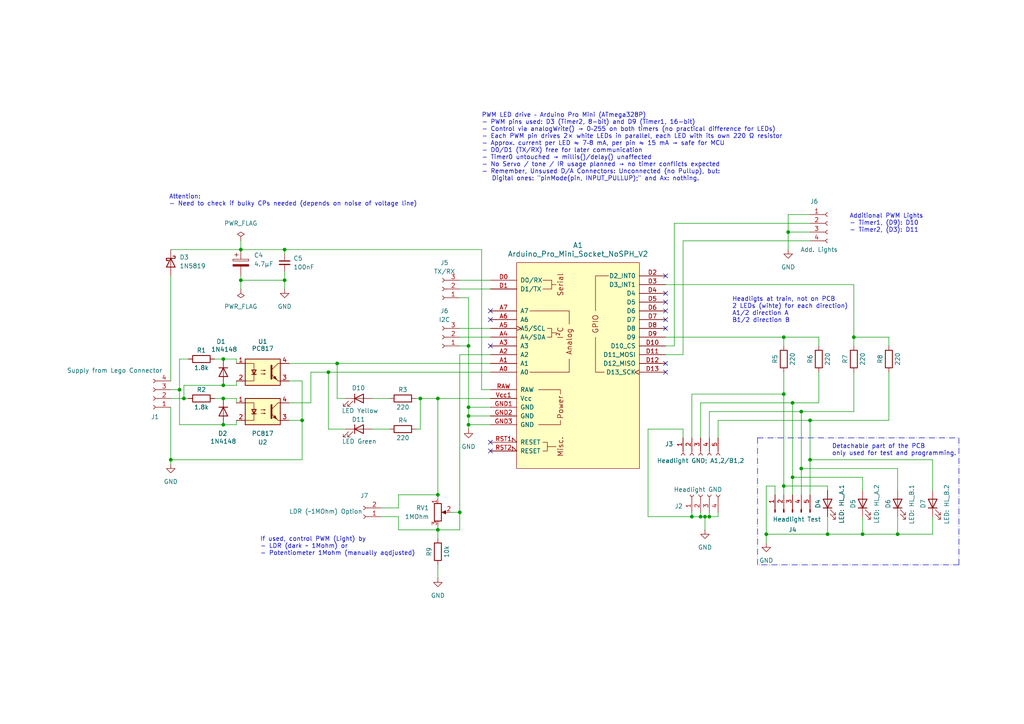
<source format=kicad_sch>
(kicad_sch (version 20231120) (generator "eeschema") (generator_version "8.0")
  (paper "A4")
  (title_block (title "DenshaBekutoru 電車ベクトル (Train Vector)") (date "2025-11-10") (rev "#001") (company "ToGo-Lab") (comment 1 "- https://togo-lab.io/") (comment 2 "- Email: tgohle@togo-lab.io") (comment 3 "Thomas Gohle"))
  (lib_symbols
    (symbol "Connector:Conn_01x02_Socket" (pin_names (offset 1.016) hide)
      (property "Reference" "J" (at 0 2.54 0))
      (property "Value" "Conn_01x02_Socket" (at 0 -5.08 0))
      (symbol "Conn_01x02_Socket_1_1"
        (arc (start 0 -2.032) (mid -0.5058 -2.54) (end 0 -3.048) (stroke (width 0.1524)))
        (polyline (pts (xy -1.27 -2.54) (xy -0.508 -2.54)) (stroke (width 0.1524)))
        (polyline (pts (xy -1.27 0) (xy -0.508 0)) (stroke (width 0.1524)))
        (arc (start 0 0.508) (mid -0.5058 0) (end 0 -0.508) (stroke (width 0.1524)))
        (pin passive line (at -5.08 0 0) (length 3.81) (name "Pin_1") (number "1"))
        (pin passive line (at -5.08 -2.54 0) (length 3.81) (name "Pin_2") (number "2"))
      )
    )
    (symbol "Connector:Conn_01x03_Socket" (pin_names (offset 1.016) hide)
      (property "Reference" "J" (at 0 5.08 0))
      (property "Value" "Conn_01x03_Socket" (at 0 -5.08 0))
      (symbol "Conn_01x03_Socket_1_1"
        (arc (start 0 -2.032) (mid -0.5058 -2.54) (end 0 -3.048) (stroke (width 0.1524)))
        (polyline (pts (xy -1.27 -2.54) (xy -0.508 -2.54)) (stroke (width 0.1524)))
        (polyline (pts (xy -1.27 0) (xy -0.508 0)) (stroke (width 0.1524)))
        (polyline (pts (xy -1.27 2.54) (xy -0.508 2.54)) (stroke (width 0.1524)))
        (arc (start 0 0.508) (mid -0.5058 0) (end 0 -0.508) (stroke (width 0.1524)))
        (arc (start 0 3.048) (mid -0.5058 2.54) (end 0 2.032) (stroke (width 0.1524)))
        (pin passive line (at -5.08 2.54 0) (length 3.81) (name "Pin_1") (number "1"))
        (pin passive line (at -5.08 0 0) (length 3.81) (name "Pin_2") (number "2"))
        (pin passive line (at -5.08 -2.54 0) (length 3.81) (name "Pin_3") (number "3"))
      )
    )
    (symbol "Connector:Conn_01x04_Socket" (pin_names (offset 1.016) hide)
      (property "Reference" "J" (at 0 5.08 0))
      (property "Value" "Conn_01x04_Socket" (at 0 -7.62 0))
      (symbol "Conn_01x04_Socket_1_1"
        (arc (start 0 -4.572) (mid -0.5058 -5.08) (end 0 -5.588) (stroke (width 0.1524)))
        (arc (start 0 -2.032) (mid -0.5058 -2.54) (end 0 -3.048) (stroke (width 0.1524)))
        (polyline (pts (xy -1.27 -5.08) (xy -0.508 -5.08)) (stroke (width 0.1524)))
        (polyline (pts (xy -1.27 -2.54) (xy -0.508 -2.54)) (stroke (width 0.1524)))
        (polyline (pts (xy -1.27 0) (xy -0.508 0)) (stroke (width 0.1524)))
        (polyline (pts (xy -1.27 2.54) (xy -0.508 2.54)) (stroke (width 0.1524)))
        (arc (start 0 0.508) (mid -0.5058 0) (end 0 -0.508) (stroke (width 0.1524)))
        (arc (start 0 3.048) (mid -0.5058 2.54) (end 0 2.032) (stroke (width 0.1524)))
        (pin passive line (at -5.08 2.54 0) (length 3.81) (name "Pin_1") (number "1"))
        (pin passive line (at -5.08 0 0) (length 3.81) (name "Pin_2") (number "2"))
        (pin passive line (at -5.08 -2.54 0) (length 3.81) (name "Pin_3") (number "3"))
        (pin passive line (at -5.08 -5.08 0) (length 3.81) (name "Pin_4") (number "4"))
      )
    )
    (symbol "Connector:Conn_01x05_Pin" (pin_names (offset 1.016) hide)
      (property "Reference" "J" (at 0 7.62 0))
      (property "Value" "Conn_01x05_Pin" (at 0 -7.62 0))
      (symbol "Conn_01x05_Pin_1_1"
        (polyline (pts (xy 1.27 -5.08) (xy 0.8636 -5.08)) (stroke (width 0.1524)))
        (polyline (pts (xy 1.27 -2.54) (xy 0.8636 -2.54)) (stroke (width 0.1524)))
        (polyline (pts (xy 1.27 0) (xy 0.8636 0)) (stroke (width 0.1524)))
        (polyline (pts (xy 1.27 2.54) (xy 0.8636 2.54)) (stroke (width 0.1524)))
        (polyline (pts (xy 1.27 5.08) (xy 0.8636 5.08)) (stroke (width 0.1524)))
        (rectangle (start 0.8636 -4.953) (end 0 -5.207) (stroke (width 0.1524)) (fill (type outline)))
        (rectangle (start 0.8636 -2.413) (end 0 -2.667) (stroke (width 0.1524)) (fill (type outline)))
        (rectangle (start 0.8636 0.127) (end 0 -0.127) (stroke (width 0.1524)) (fill (type outline)))
        (rectangle (start 0.8636 2.667) (end 0 2.413) (stroke (width 0.1524)) (fill (type outline)))
        (rectangle (start 0.8636 5.207) (end 0 4.953) (stroke (width 0.1524)) (fill (type outline)))
        (pin passive line (at 5.08 5.08 180) (length 3.81) (name "Pin_1") (number "1"))
        (pin passive line (at 5.08 2.54 180) (length 3.81) (name "Pin_2") (number "2"))
        (pin passive line (at 5.08 0 180) (length 3.81) (name "Pin_3") (number "3"))
        (pin passive line (at 5.08 -2.54 180) (length 3.81) (name "Pin_4") (number "4"))
        (pin passive line (at 5.08 -5.08 180) (length 3.81) (name "Pin_5") (number "5"))
      )
    )
    (symbol "Connector:Conn_01x05_Socket" (pin_names (offset 1.016) hide)
      (property "Reference" "J" (at 0 7.62 0))
      (property "Value" "Conn_01x05_Socket" (at 0 -7.62 0))
      (symbol "Conn_01x05_Socket_1_1"
        (arc (start 0 -4.572) (mid -0.5058 -5.08) (end 0 -5.588) (stroke (width 0.1524)))
        (arc (start 0 -2.032) (mid -0.5058 -2.54) (end 0 -3.048) (stroke (width 0.1524)))
        (polyline (pts (xy -1.27 -5.08) (xy -0.508 -5.08)) (stroke (width 0.1524)))
        (polyline (pts (xy -1.27 -2.54) (xy -0.508 -2.54)) (stroke (width 0.1524)))
        (polyline (pts (xy -1.27 0) (xy -0.508 0)) (stroke (width 0.1524)))
        (polyline (pts (xy -1.27 2.54) (xy -0.508 2.54)) (stroke (width 0.1524)))
        (polyline (pts (xy -1.27 5.08) (xy -0.508 5.08)) (stroke (width 0.1524)))
        (arc (start 0 0.508) (mid -0.5058 0) (end 0 -0.508) (stroke (width 0.1524)))
        (arc (start 0 3.048) (mid -0.5058 2.54) (end 0 2.032) (stroke (width 0.1524)))
        (arc (start 0 5.588) (mid -0.5058 5.08) (end 0 4.572) (stroke (width 0.1524)))
        (pin passive line (at -5.08 5.08 0) (length 3.81) (name "Pin_1") (number "1"))
        (pin passive line (at -5.08 2.54 0) (length 3.81) (name "Pin_2") (number "2"))
        (pin passive line (at -5.08 0 0) (length 3.81) (name "Pin_3") (number "3"))
        (pin passive line (at -5.08 -2.54 0) (length 3.81) (name "Pin_4") (number "4"))
        (pin passive line (at -5.08 -5.08 0) (length 3.81) (name "Pin_5") (number "5"))
      )
    )
    (symbol "Device:C_Polarized" (pin_numbers hide) (pin_names (offset 0.254))
      (property "Reference" "C" (at 0.635 2.54 0))
      (property "Value" "C_Polarized" (at 0.635 -2.54 0))
      (symbol "C_Polarized_0_1"
        (rectangle (start -2.286 0.508) (end 2.286 1.016))
        (polyline (pts (xy -1.778 2.286) (xy -0.762 2.286)))
        (polyline (pts (xy -1.27 2.794) (xy -1.27 1.778)))
        (rectangle (start 2.286 -0.508) (end -2.286 -1.016) (fill (type outline)))
      )
      (symbol "C_Polarized_1_1"
        (pin passive line (at 0 3.81 270) (length 2.794) (name "~") (number "1"))
        (pin passive line (at 0 -3.81 90) (length 2.794) (name "~") (number "2"))
      )
    )
    (symbol "Device:C_Small" (pin_numbers hide) (pin_names (offset 0.254) hide)
      (property "Reference" "C" (at 0.254 1.778 0))
      (property "Value" "C_Small" (at 0.254 -2.032 0))
      (symbol "C_Small_0_1"
        (polyline (pts (xy -1.524 -0.508) (xy 1.524 -0.508)) (stroke (width 0.3302)))
        (polyline (pts (xy -1.524 0.508) (xy 1.524 0.508)) (stroke (width 0.3048)))
      )
      (symbol "C_Small_1_1"
        (pin passive line (at 0 2.54 270) (length 2.032) (name "~") (number "1"))
        (pin passive line (at 0 -2.54 90) (length 2.032) (name "~") (number "2"))
      )
    )
    (symbol "Device:LED" (pin_numbers hide) (pin_names (offset 1.016) hide)
      (property "Reference" "D" (at 0 2.54 0))
      (property "Value" "LED" (at 0 -2.54 0))
      (symbol "LED_0_1"
        (polyline (pts (xy -1.27 -1.27) (xy -1.27 1.27)) (stroke (width 0.254)))
        (polyline (pts (xy -1.27 0) (xy 1.27 0)))
        (polyline (pts (xy 1.27 -1.27) (xy 1.27 1.27) (xy -1.27 0) (xy 1.27 -1.27)) (stroke (width 0.254)))
        (polyline (pts (xy -3.048 -0.762) (xy -4.572 -2.286) (xy -3.81 -2.286) (xy -4.572 -2.286) (xy -4.572 -1.524)))
        (polyline (pts (xy -1.778 -0.762) (xy -3.302 -2.286) (xy -2.54 -2.286) (xy -3.302 -2.286) (xy -3.302 -1.524)))
      )
      (symbol "LED_1_1"
        (pin passive line (at -3.81 0 0) (length 2.54) (name "K") (number "1"))
        (pin passive line (at 3.81 0 180) (length 2.54) (name "A") (number "2"))
      )
    )
    (symbol "Device:R" (pin_numbers hide) (pin_names (offset 0))
      (property "Reference" "R" (at 2.032 0 90))
      (property "Value" "R" (at 0 0 90))
      (symbol "R_0_1"
        (rectangle (start -1.016 -2.54) (end 1.016 2.54) (stroke (width 0.254)))
      )
      (symbol "R_1_1"
        (pin passive line (at 0 3.81 270) (length 1.27) (name "~") (number "1"))
        (pin passive line (at 0 -3.81 90) (length 1.27) (name "~") (number "2"))
      )
    )
    (symbol "Device:R_Potentiometer" (pin_names (offset 1.016) hide)
      (property "Reference" "RV" (at -4.445 0 90))
      (property "Value" "R_Potentiometer" (at -2.54 0 90))
      (symbol "R_Potentiometer_0_1"
        (polyline (pts (xy 2.54 0) (xy 1.524 0)))
        (polyline (pts (xy 1.143 0) (xy 2.286 0.508) (xy 2.286 -0.508) (xy 1.143 0)) (fill (type outline)))
        (rectangle (start 1.016 2.54) (end -1.016 -2.54) (stroke (width 0.254)))
      )
      (symbol "R_Potentiometer_1_1"
        (pin passive line (at 0 3.81 270) (length 1.27) (name "1") (number "1"))
        (pin passive line (at 3.81 0 180) (length 1.27) (name "2") (number "2"))
        (pin passive line (at 0 -3.81 90) (length 1.27) (name "3") (number "3"))
      )
    )
    (symbol "Diode:1N4148" (pin_numbers hide) (pin_names hide)
      (property "Reference" "D" (at 0 2.54 0))
      (property "Value" "1N4148" (at 0 -2.54 0))
      (symbol "1N4148_0_1"
        (polyline (pts (xy -1.27 1.27) (xy -1.27 -1.27)) (stroke (width 0.254)))
        (polyline (pts (xy 1.27 0) (xy -1.27 0)))
        (polyline (pts (xy 1.27 1.27) (xy 1.27 -1.27) (xy -1.27 0) (xy 1.27 1.27)) (stroke (width 0.254)))
      )
      (symbol "1N4148_1_1"
        (pin passive line (at -3.81 0 0) (length 2.54) (name "K") (number "1"))
        (pin passive line (at 3.81 0 180) (length 2.54) (name "A") (number "2"))
      )
    )
    (symbol "Diode:1N5819" (pin_numbers hide) (pin_names (offset 1.016) hide)
      (property "Reference" "D" (at 0 2.54 0))
      (property "Value" "1N5819" (at 0 -2.54 0))
      (symbol "1N5819_0_1"
        (polyline (pts (xy 1.27 0) (xy -1.27 0)))
        (polyline (pts (xy 1.27 1.27) (xy 1.27 -1.27) (xy -1.27 0) (xy 1.27 1.27)) (stroke (width 0.254)))
        (polyline (pts (xy -1.905 0.635) (xy -1.905 1.27) (xy -1.27 1.27) (xy -1.27 -1.27) (xy -0.635 -1.27) (xy -0.635 -0.635)) (stroke (width 0.254)))
      )
      (symbol "1N5819_1_1"
        (pin passive line (at -3.81 0 0) (length 2.54) (name "K") (number "1"))
        (pin passive line (at 3.81 0 180) (length 2.54) (name "A") (number "2"))
      )
    )
    (symbol "Isolator:PC817" (pin_names (offset 1.016))
      (property "Reference" "U" (at -5.08 5.08 0))
      (property "Value" "PC817" (at 0 5.08 0))
      (symbol "PC817_0_1"
        (rectangle (start -5.08 3.81) (end 5.08 -3.81) (stroke (width 0.254)) (fill (type background)))
        (polyline (pts (xy -3.175 -0.635) (xy -1.905 -0.635)) (stroke (width 0.254)))
        (polyline (pts (xy 2.54 0.635) (xy 4.445 2.54)))
        (polyline (pts (xy 4.445 -2.54) (xy 2.54 -0.635)) (fill (type outline)))
        (polyline (pts (xy 4.445 -2.54) (xy 5.08 -2.54)))
        (polyline (pts (xy 4.445 2.54) (xy 5.08 2.54)))
        (polyline (pts (xy -5.08 2.54) (xy -2.54 2.54) (xy -2.54 -0.635)))
        (polyline (pts (xy -2.54 -0.635) (xy -2.54 -2.54) (xy -5.08 -2.54)))
        (polyline (pts (xy 2.54 1.905) (xy 2.54 -1.905) (xy 2.54 -1.905)) (stroke (width 0.508)))
        (polyline (pts (xy -2.54 -0.635) (xy -3.175 0.635) (xy -1.905 0.635) (xy -2.54 -0.635)) (stroke (width 0.254)))
        (polyline (pts (xy -0.508 -0.508) (xy 0.762 -0.508) (xy 0.381 -0.635) (xy 0.381 -0.381) (xy 0.762 -0.508)))
        (polyline (pts (xy -0.508 0.508) (xy 0.762 0.508) (xy 0.381 0.381) (xy 0.381 0.635) (xy 0.762 0.508)))
        (polyline (pts (xy 3.048 -1.651) (xy 3.556 -1.143) (xy 4.064 -2.159) (xy 3.048 -1.651) (xy 3.048 -1.651)) (fill (type outline)))
      )
      (symbol "PC817_1_1"
        (pin passive line (at -7.62 2.54 0) (length 2.54) (name "~") (number "1"))
        (pin passive line (at -7.62 -2.54 0) (length 2.54) (name "~") (number "2"))
        (pin passive line (at 7.62 -2.54 180) (length 2.54) (name "~") (number "3"))
        (pin passive line (at 7.62 2.54 180) (length 2.54) (name "~") (number "4"))
      )
    )
    (symbol "arduino-library:Arduino_Pro_Mini_Socket_NoSPH_V2" (pin_names (offset 1.016))
      (property "Reference" "A" (at 0 36.83 0))
      (property "Value" "Arduino_Pro_Mini_Socket_NoSPH_V2" (at 0 33.02 0))
      (symbol "Arduino_Pro_Mini_Socket_NoSPH_V2_0_0"
        (rectangle (start -17.78 30.48) (end 17.78 -29.21) (fill (type background)))
        (polyline (pts (xy -7.62 10.16) (xy -6.35 10.16)))
        (polyline (pts (xy -7.62 24.13) (xy -6.35 24.13)))
        (polyline (pts (xy -6.35 -22.86) (xy -8.89 -22.86)))
        (polyline (pts (xy -11.43 -16.51) (xy -5.08 -16.51) (xy -5.08 -15.24)))
        (polyline (pts (xy -5.08 -7.62) (xy -5.08 -6.35) (xy -11.43 -6.35)))
        (polyline (pts (xy -2.54 2.54) (xy -2.54 -1.27) (xy -13.97 -1.27)))
        (polyline (pts (xy -2.54 12.7) (xy -2.54 16.51) (xy -13.97 16.51)))
        (polyline (pts (xy -10.16 25.4) (xy -7.62 25.4) (xy -7.62 22.86) (xy -10.16 22.86)))
        (polyline (pts (xy -8.89 11.43) (xy -7.62 11.43) (xy -7.62 8.89) (xy -8.89 8.89)))
        (text "Analog" (at -2.54 7.62 900) (effects (font (size 1.524 1.524))))
        (text "I²C" (at -5.08 10.16 900) (effects (font (size 1.524 1.524))))
        (text "Misc." (at -5.08 -22.86 900) (effects (font (size 1.524 1.524))))
        (text "Power" (at -5.08 -11.43 900) (effects (font (size 1.524 1.524))))
        (text "Serial" (at -5.08 24.13 900) (effects (font (size 1.524 1.524))))
      )
      (symbol "Arduino_Pro_Mini_Socket_NoSPH_V2_0_1"
        (polyline (pts (xy 7.62 -1.27) (xy 5.08 -1.27) (xy 5.08 8.89)))
        (polyline (pts (xy 8.89 26.67) (xy 5.08 26.67) (xy 5.08 16.51)))
        (polyline (pts (xy -10.16 -24.13) (xy -8.89 -24.13) (xy -8.89 -21.59) (xy -10.16 -21.59)))
      )
      (symbol "Arduino_Pro_Mini_Socket_NoSPH_V2_1_0"
        (text "GPIO" (at 5.08 12.7 900) (effects (font (size 1.524 1.524))))
      )
      (symbol "Arduino_Pro_Mini_Socket_NoSPH_V2_1_1"
        (pin bidirectional line (at -25.4 -1.27 0) (length 7.62) (name "A0") (number "A0"))
        (pin bidirectional line (at -25.4 1.27 0) (length 7.62) (name "A1") (number "A1"))
        (pin bidirectional line (at -25.4 3.81 0) (length 7.62) (name "A2") (number "A2"))
        (pin bidirectional line (at -25.4 6.35 0) (length 7.62) (name "A3") (number "A3"))
        (pin bidirectional line (at -25.4 8.89 0) (length 7.62) (name "A4/SDA") (number "A4"))
        (pin bidirectional clock (at -25.4 11.43 0) (length 7.62) (name "A5/SCL") (number "A5"))
        (pin input line (at -25.4 13.97 0) (length 7.62) (name "A6") (number "A6"))
        (pin input line (at -25.4 16.51 0) (length 7.62) (name "A7") (number "A7"))
        (pin bidirectional line (at -25.4 25.4 0) (length 7.62) (name "D0/RX") (number "D0"))
        (pin bidirectional line (at -25.4 22.86 0) (length 7.62) (name "D1/TX") (number "D1"))
        (pin bidirectional line (at 25.4 6.35 180) (length 7.62) (name "D10_CS") (number "D10"))
        (pin bidirectional line (at 25.4 3.81 180) (length 7.62) (name "D11_MOSI") (number "D11"))
        (pin bidirectional line (at 25.4 1.27 180) (length 7.62) (name "D12_MISO") (number "D12"))
        (pin bidirectional clock (at 25.4 -1.27 180) (length 7.62) (name "D13_SCK") (number "D13"))
        (pin bidirectional line (at 25.4 26.67 180) (length 7.62) (name "D2_INT0") (number "D2"))
        (pin bidirectional line (at 25.4 24.13 180) (length 7.62) (name "D3_INT1") (number "D3"))
        (pin bidirectional line (at 25.4 21.59 180) (length 7.62) (name "D4") (number "D4"))
        (pin bidirectional line (at 25.4 19.05 180) (length 7.62) (name "D5") (number "D5"))
        (pin bidirectional line (at 25.4 16.51 180) (length 7.62) (name "D6") (number "D6"))
        (pin bidirectional line (at 25.4 13.97 180) (length 7.62) (name "D7") (number "D7"))
        (pin bidirectional line (at 25.4 11.43 180) (length 7.62) (name "D8") (number "D8"))
        (pin bidirectional line (at 25.4 8.89 180) (length 7.62) (name "D9") (number "D9"))
        (pin power_in line (at -25.4 -11.43 0) (length 7.62) (name "GND") (number "GND1"))
        (pin power_in line (at -25.4 -13.97 0) (length 7.62) (name "GND") (number "GND2"))
        (pin power_in line (at -25.4 -16.51 0) (length 7.62) (name "GND") (number "GND3"))
        (pin power_in line (at -25.4 -6.35 0) (length 7.62) (name "RAW") (number "RAW"))
        (pin open_collector input_low (at -25.4 -21.59 0) (length 7.62) (name "RESET") (number "RST1"))
        (pin open_collector input_low (at -25.4 -24.13 0) (length 7.62) (name "RESET") (number "RST2"))
        (pin power_in line (at -25.4 -8.89 0) (length 7.62) (name "Vcc") (number "Vcc1"))
      )
    )
    (symbol "power:GND" (power) (pin_numbers hide) (pin_names (offset 0) hide)
      (property "Value" "GND" (at 0 -3.81 0))
      (symbol "GND_0_1"
        (polyline (pts (xy 0 0) (xy 0 -1.27) (xy 1.27 -1.27) (xy 0 -2.54) (xy -1.27 -1.27) (xy 0 -1.27)))
      )
      (symbol "GND_1_1"
        (pin power_in line (at 0 0 270) (length 0) (name "~") (number "1"))
      )
    )
    (symbol "power:PWR_FLAG" (power) (pin_numbers hide) (pin_names (offset 0) hide)
      (property "Value" "PWR_FLAG" (at 0 3.81 0))
      (symbol "PWR_FLAG_0_0"
        (pin power_out line (at 0 0 90) (length 0) (name "~") (number "1"))
      )
      (symbol "PWR_FLAG_0_1"
        (polyline (pts (xy 0 0) (xy 0 1.27) (xy -1.016 1.905) (xy 0 2.54) (xy 1.016 1.905) (xy 0 1.27)))
      )
    )
  )
  (junction (at 127 115.57))
  (junction (at 232.41 135.89))
  (junction (at 227.33 140.97))
  (junction (at 49.53 133.35))
  (junction (at 232.41 119.38))
  (junction (at 127 153.67))
  (junction (at 135.89 120.65))
  (junction (at 52.07 113.03))
  (junction (at 227.33 97.79))
  (junction (at 87.63 121.92))
  (junction (at 205.74 149.86))
  (junction (at 229.87 116.84))
  (junction (at 200.66 149.86))
  (junction (at 135.89 123.19))
  (junction (at 240.03 154.94))
  (junction (at 64.77 123.19))
  (junction (at 133.35 148.59))
  (junction (at 127 143.51))
  (junction (at 53.34 115.57))
  (junction (at 82.55 81.28))
  (junction (at 250.19 154.94))
  (junction (at 222.25 154.94))
  (junction (at 234.95 121.92))
  (junction (at 69.85 72.39))
  (junction (at 229.87 138.43))
  (junction (at 64.77 104.14))
  (junction (at 97.79 105.41))
  (junction (at 64.77 115.57))
  (junction (at 228.6 67.31))
  (junction (at 82.55 72.39))
  (junction (at 135.89 118.11))
  (junction (at 227.33 114.3))
  (junction (at 95.25 107.95))
  (junction (at 203.2 149.86))
  (junction (at 121.92 115.57))
  (junction (at 69.85 81.28))
  (junction (at 247.65 97.79))
  (junction (at 260.35 154.94))
  (junction (at 204.47 149.86))
  (junction (at 135.89 100.33))
  (junction (at 234.95 133.35))
  (junction (at 64.77 111.76))
  (no_connect (at 193.04 95.25))
  (no_connect (at 142.24 92.71))
  (no_connect (at 193.04 90.17))
  (no_connect (at 193.04 92.71))
  (no_connect (at 193.04 107.95))
  (no_connect (at 142.24 100.33))
  (no_connect (at 142.24 130.81))
  (no_connect (at 193.04 85.09))
  (no_connect (at 193.04 105.41))
  (no_connect (at 142.24 128.27))
  (no_connect (at 142.24 90.17))
  (no_connect (at 193.04 87.63))
  (no_connect (at 193.04 80.01))
  (wire (pts (xy 187.96 124.46) (xy 198.12 124.46)))
  (wire (pts (xy 200.66 148.59) (xy 200.66 149.86)))
  (wire (pts (xy 260.35 154.94) (xy 260.35 149.86)))
  (wire (pts (xy 227.33 140.97) (xy 240.03 140.97)))
  (wire (pts (xy 135.89 118.11) (xy 135.89 120.65)))
  (wire (pts (xy 64.77 111.76) (xy 68.58 111.76)))
  (wire (pts (xy 232.41 119.38) (xy 247.65 119.38)))
  (wire (pts (xy 97.79 105.41) (xy 142.24 105.41)))
  (wire (pts (xy 135.89 123.19) (xy 142.24 123.19)))
  (wire (pts (xy 130.81 148.59) (xy 133.35 148.59)))
  (wire (pts (xy 49.53 72.39) (xy 69.85 72.39)))
  (wire (pts (xy 228.6 62.23) (xy 228.6 67.31)))
  (wire (pts (xy 52.07 123.19) (xy 64.77 123.19)))
  (wire (pts (xy 227.33 97.79) (xy 227.33 100.33)))
  (wire (pts (xy 133.35 81.28) (xy 142.24 81.28)))
  (wire (pts (xy 222.25 140.97) (xy 222.25 154.94)))
  (wire (pts (xy 133.35 83.82) (xy 142.24 83.82)))
  (wire (pts (xy 205.74 119.38) (xy 232.41 119.38)))
  (wire (pts (xy 234.95 67.31) (xy 228.6 67.31)))
  (wire (pts (xy 127 115.57) (xy 127 143.51)))
  (wire (pts (xy 133.35 102.87) (xy 133.35 148.59)))
  (wire (pts (xy 234.95 121.92) (xy 257.81 121.92)))
  (wire (pts (xy 115.57 149.86) (xy 115.57 153.67)))
  (polyline (pts (xy 278.13 127) (xy 278.13 163.83)) (stroke (width 0) (type dash_dot)))
  (wire (pts (xy 142.24 118.11) (xy 135.89 118.11)))
  (wire (pts (xy 257.81 97.79) (xy 247.65 97.79)))
  (wire (pts (xy 68.58 115.57) (xy 68.58 116.84)))
  (wire (pts (xy 193.04 97.79) (xy 227.33 97.79)))
  (wire (pts (xy 234.95 133.35) (xy 234.95 143.51)))
  (wire (pts (xy 135.89 120.65) (xy 135.89 123.19)))
  (wire (pts (xy 208.28 148.59) (xy 208.28 149.86)))
  (wire (pts (xy 228.6 67.31) (xy 228.6 72.39)))
  (wire (pts (xy 234.95 133.35) (xy 270.51 133.35)))
  (wire (pts (xy 135.89 100.33) (xy 135.89 86.36)))
  (wire (pts (xy 90.17 107.95) (xy 90.17 116.84)))
  (wire (pts (xy 64.77 115.57) (xy 68.58 115.57)))
  (wire (pts (xy 110.49 147.32) (xy 115.57 147.32)))
  (wire (pts (xy 83.82 105.41) (xy 97.79 105.41)))
  (wire (pts (xy 135.89 120.65) (xy 142.24 120.65)))
  (wire (pts (xy 205.74 119.38) (xy 205.74 127)))
  (wire (pts (xy 193.04 102.87) (xy 198.12 102.87)))
  (wire (pts (xy 53.34 115.57) (xy 53.34 111.76)))
  (wire (pts (xy 200.66 149.86) (xy 203.2 149.86)))
  (wire (pts (xy 203.2 148.59) (xy 203.2 149.86)))
  (wire (pts (xy 127 152.4) (xy 127 153.67)))
  (wire (pts (xy 208.28 121.92) (xy 208.28 127)))
  (wire (pts (xy 62.23 115.57) (xy 64.77 115.57)))
  (wire (pts (xy 257.81 100.33) (xy 257.81 97.79)))
  (wire (pts (xy 250.19 138.43) (xy 250.19 142.24)))
  (wire (pts (xy 234.95 121.92) (xy 234.95 133.35)))
  (wire (pts (xy 115.57 153.67) (xy 127 153.67)))
  (wire (pts (xy 139.7 113.03) (xy 139.7 72.39)))
  (wire (pts (xy 222.25 154.94) (xy 222.25 157.48)))
  (wire (pts (xy 100.33 124.46) (xy 95.25 124.46)))
  (wire (pts (xy 69.85 69.85) (xy 69.85 72.39)))
  (wire (pts (xy 87.63 121.92) (xy 87.63 110.49)))
  (wire (pts (xy 49.53 80.01) (xy 49.53 110.49)))
  (wire (pts (xy 135.89 118.11) (xy 135.89 100.33)))
  (wire (pts (xy 52.07 113.03) (xy 52.07 104.14)))
  (wire (pts (xy 127 163.83) (xy 127 167.64)))
  (wire (pts (xy 120.65 115.57) (xy 121.92 115.57)))
  (wire (pts (xy 83.82 110.49) (xy 87.63 110.49)))
  (wire (pts (xy 227.33 114.3) (xy 227.33 140.97)))
  (wire (pts (xy 68.58 121.92) (xy 68.58 123.19)))
  (wire (pts (xy 64.77 123.19) (xy 68.58 123.19)))
  (wire (pts (xy 95.25 107.95) (xy 95.25 124.46)))
  (wire (pts (xy 53.34 111.76) (xy 64.77 111.76)))
  (wire (pts (xy 229.87 138.43) (xy 229.87 116.84)))
  (wire (pts (xy 49.53 115.57) (xy 53.34 115.57)))
  (wire (pts (xy 234.95 62.23) (xy 228.6 62.23)))
  (wire (pts (xy 69.85 80.01) (xy 69.85 81.28)))
  (wire (pts (xy 270.51 133.35) (xy 270.51 142.24)))
  (wire (pts (xy 87.63 121.92) (xy 87.63 133.35)))
  (wire (pts (xy 198.12 69.85) (xy 234.95 69.85)))
  (wire (pts (xy 52.07 113.03) (xy 52.07 123.19)))
  (wire (pts (xy 121.92 115.57) (xy 127 115.57)))
  (wire (pts (xy 110.49 149.86) (xy 115.57 149.86)))
  (wire (pts (xy 193.04 82.55) (xy 247.65 82.55)))
  (wire (pts (xy 49.53 113.03) (xy 52.07 113.03)))
  (wire (pts (xy 250.19 149.86) (xy 250.19 154.94)))
  (wire (pts (xy 187.96 149.86) (xy 187.96 124.46)))
  (wire (pts (xy 193.04 100.33) (xy 195.58 100.33)))
  (wire (pts (xy 100.33 115.57) (xy 97.79 115.57)))
  (wire (pts (xy 200.66 114.3) (xy 227.33 114.3)))
  (wire (pts (xy 107.95 124.46) (xy 113.03 124.46)))
  (wire (pts (xy 257.81 107.95) (xy 257.81 121.92)))
  (wire (pts (xy 127 153.67) (xy 127 156.21)))
  (wire (pts (xy 240.03 149.86) (xy 240.03 154.94)))
  (wire (pts (xy 62.23 104.14) (xy 64.77 104.14)))
  (wire (pts (xy 260.35 135.89) (xy 260.35 142.24)))
  (wire (pts (xy 232.41 135.89) (xy 260.35 135.89)))
  (wire (pts (xy 127 115.57) (xy 142.24 115.57)))
  (wire (pts (xy 49.53 133.35) (xy 49.53 134.62)))
  (wire (pts (xy 49.53 118.11) (xy 49.53 133.35)))
  (wire (pts (xy 97.79 105.41) (xy 97.79 115.57)))
  (polyline (pts (xy 278.13 163.83) (xy 219.71 163.83)) (stroke (width 0) (type dash_dot)))
  (wire (pts (xy 208.28 121.92) (xy 234.95 121.92)))
  (wire (pts (xy 229.87 138.43) (xy 250.19 138.43)))
  (wire (pts (xy 133.35 95.25) (xy 142.24 95.25)))
  (wire (pts (xy 68.58 104.14) (xy 68.58 105.41)))
  (wire (pts (xy 205.74 148.59) (xy 205.74 149.86)))
  (wire (pts (xy 115.57 147.32) (xy 115.57 143.51)))
  (wire (pts (xy 49.53 133.35) (xy 87.63 133.35)))
  (wire (pts (xy 142.24 102.87) (xy 133.35 102.87)))
  (wire (pts (xy 135.89 123.19) (xy 135.89 124.46)))
  (wire (pts (xy 240.03 140.97) (xy 240.03 142.24)))
  (wire (pts (xy 64.77 104.14) (xy 68.58 104.14)))
  (wire (pts (xy 247.65 82.55) (xy 247.65 97.79)))
  (wire (pts (xy 120.65 124.46) (xy 121.92 124.46)))
  (wire (pts (xy 83.82 121.92) (xy 87.63 121.92)))
  (wire (pts (xy 53.34 115.57) (xy 54.61 115.57)))
  (wire (pts (xy 69.85 72.39) (xy 82.55 72.39)))
  (wire (pts (xy 203.2 149.86) (xy 204.47 149.86)))
  (wire (pts (xy 204.47 149.86) (xy 204.47 153.67)))
  (wire (pts (xy 260.35 154.94) (xy 270.51 154.94)))
  (wire (pts (xy 224.79 140.97) (xy 222.25 140.97)))
  (wire (pts (xy 195.58 100.33) (xy 195.58 64.77)))
  (wire (pts (xy 121.92 115.57) (xy 121.92 124.46)))
  (wire (pts (xy 142.24 113.03) (xy 139.7 113.03)))
  (wire (pts (xy 224.79 143.51) (xy 224.79 140.97)))
  (polyline (pts (xy 219.71 127) (xy 278.13 127)) (stroke (width 0) (type dash_dot)))
  (wire (pts (xy 95.25 107.95) (xy 142.24 107.95)))
  (wire (pts (xy 133.35 153.67) (xy 133.35 148.59)))
  (wire (pts (xy 237.49 97.79) (xy 227.33 97.79)))
  (wire (pts (xy 52.07 104.14) (xy 54.61 104.14)))
  (wire (pts (xy 133.35 97.79) (xy 142.24 97.79)))
  (wire (pts (xy 247.65 97.79) (xy 247.65 100.33)))
  (wire (pts (xy 195.58 64.77) (xy 234.95 64.77)))
  (wire (pts (xy 115.57 143.51) (xy 127 143.51)))
  (wire (pts (xy 227.33 140.97) (xy 227.33 143.51)))
  (wire (pts (xy 127 153.67) (xy 133.35 153.67)))
  (wire (pts (xy 200.66 149.86) (xy 187.96 149.86)))
  (wire (pts (xy 232.41 143.51) (xy 232.41 135.89)))
  (wire (pts (xy 227.33 107.95) (xy 227.33 114.3)))
  (wire (pts (xy 135.89 100.33) (xy 133.35 100.33)))
  (wire (pts (xy 270.51 154.94) (xy 270.51 149.86)))
  (wire (pts (xy 200.66 114.3) (xy 200.66 127)))
  (wire (pts (xy 198.12 124.46) (xy 198.12 127)))
  (wire (pts (xy 82.55 81.28) (xy 69.85 81.28)))
  (wire (pts (xy 107.95 115.57) (xy 113.03 115.57)))
  (wire (pts (xy 198.12 102.87) (xy 198.12 69.85)))
  (wire (pts (xy 133.35 86.36) (xy 135.89 86.36)))
  (wire (pts (xy 250.19 154.94) (xy 260.35 154.94)))
  (wire (pts (xy 237.49 100.33) (xy 237.49 97.79)))
  (wire (pts (xy 139.7 72.39) (xy 82.55 72.39)))
  (wire (pts (xy 82.55 78.74) (xy 82.55 81.28)))
  (polyline (pts (xy 219.71 127) (xy 219.71 163.83)) (stroke (width 0) (type dash_dot)))
  (wire (pts (xy 229.87 143.51) (xy 229.87 138.43)))
  (wire (pts (xy 232.41 135.89) (xy 232.41 119.38)))
  (wire (pts (xy 90.17 107.95) (xy 95.25 107.95)))
  (wire (pts (xy 222.25 154.94) (xy 240.03 154.94)))
  (wire (pts (xy 229.87 116.84) (xy 237.49 116.84)))
  (wire (pts (xy 127 143.51) (xy 127 144.78)))
  (wire (pts (xy 237.49 107.95) (xy 237.49 116.84)))
  (wire (pts (xy 82.55 72.39) (xy 82.55 73.66)))
  (wire (pts (xy 205.74 149.86) (xy 208.28 149.86)))
  (wire (pts (xy 68.58 110.49) (xy 68.58 111.76)))
  (wire (pts (xy 203.2 116.84) (xy 229.87 116.84)))
  (wire (pts (xy 83.82 116.84) (xy 90.17 116.84)))
  (wire (pts (xy 69.85 81.28) (xy 69.85 83.82)))
  (wire (pts (xy 82.55 81.28) (xy 82.55 83.82)))
  (wire (pts (xy 204.47 149.86) (xy 205.74 149.86)))
  (wire (pts (xy 203.2 116.84) (xy 203.2 127)))
  (wire (pts (xy 240.03 154.94) (xy 250.19 154.94)))
  (wire (pts (xy 247.65 107.95) (xy 247.65 119.38)))
  (text "Detachable part of the PCB\nonly used for test and programming." (at 241.3 130.556 0) (effects (font (size 1.27 1.27)) (justify left)))
  (text "If used, control PWM (Light) by \n- LDR (dark ~ 1Mohm) or\n- Potentiometer 1Mohm (manually aqdjusted)" (at 75.438 158.496 0) (effects (font (size 1.27 1.27)) (justify left)))
  (text "PWM LED drive – Arduino Pro Mini (ATmega328P)\n- PWM pins used: D3 (Timer2, 8-bit) and D9 (Timer1, 16-bit)\n- Control via analogWrite() → 0–255 on both timers (no practical difference for LEDs)\n- Each PWM pin drives 2× white LEDs in parallel, each LED with its own 220 Ω resistor\n- Approx. current per LED ≈ 7–8 mA, per pin ≈ 15 mA → safe for MCU\n- D0/D1 (TX/RX) free for later communication\n- Timer0 untouched → millis()/delay() unaffected\n- No Servo / tone / IR usage planned → no timer conflicts expected\n- Remember, Unsused D/A Connectors: Unconnected (no Pullup), but:\n   Digital ones: \"pinMode(pin, INPUT_PULLUP);\" and Ax: nothing." (at 139.7 42.672 0) (effects (font (size 1.27 1.27)) (justify left)))
  (text "Headligts at train, not on PCB\n2 LEDs (wihte) for each direction)\nA1/2 direction A\nB1/2 direction B" (at 212.344 89.916 0) (effects (font (size 1.27 1.27)) (justify left)))
  (text "Attention:\n- Need to check if bulky CPs needed (depends on noise of voltage line)" (at 49.022 58.166 0) (effects (font (size 1.27 1.27)) (justify left)))
  (text "Additional PWM Lights\n- Timer1, (D9): D10\n- Timer2, (D3): D11" (at 246.38 64.77 0) (effects (font (size 1.27 1.27)) (justify left)))
  (symbol (lib_id "Device:R") (at 116.84 124.46 90) (unit 1)
    (property "Reference" "R4" (at 116.84 121.92 90))
    (property "Value" "220" (at 116.84 127 90))
    (property "Footprint" "Resistor_THT:R_Axial_DIN0204_L3.6mm_D1.6mm_P5.08mm_Horizontal" (effects (hide yes)))
    (property "Description" "Resistor" (effects (hide yes)))
  )
  (symbol (lib_id "Device:LED") (at 250.19 146.05 90) (unit 1) (exclude_from_sim yes) (in_bom no) (on_board no)
    (property "Reference" "D5" (at 247.396 144.78 0) (effects (justify right)))
    (property "Value" "LED: HL_A.2" (at 254.254 140.462 0) (effects (justify right)))
    (property "Description" "Light emitting diode" (effects (hide yes)))
  )
  (symbol (lib_id "power:PWR_FLAG") (at 69.85 69.85 0) (unit 1)
    (property "Reference" "#FLG2" (effects (hide yes)))
    (property "Value" "PWR_FLAG" (at 69.85 64.77 0))
    (property "Description" "Special symbol for telling ERC where power comes from" (effects (hide yes)))
  )
  (symbol (lib_id "Device:R") (at 247.65 104.14 180) (unit 1)
    (property "Reference" "R7" (at 245.11 104.14 90))
    (property "Value" "220" (at 250.19 104.14 90))
    (property "Footprint" "Resistor_THT:R_Axial_DIN0204_L3.6mm_D1.6mm_P1.90mm_Vertical" (effects (hide yes)))
    (property "Description" "Resistor" (effects (hide yes)))
  )
  (symbol (lib_id "Device:LED") (at 240.03 146.05 90) (unit 1) (exclude_from_sim yes) (in_bom no) (on_board no)
    (property "Reference" "D4" (at 237.236 144.78 0) (effects (justify right)))
    (property "Value" "LED: HL_A.1" (at 244.094 140.462 0) (effects (justify right)))
    (property "Description" "Light emitting diode" (effects (hide yes)))
  )
  (symbol (lib_id "Diode:1N5819") (at 49.53 76.2 270) (unit 1)
    (property "Reference" "D3" (at 52.07 74.6124 90) (effects (justify left)))
    (property "Value" "1N5819" (at 52.07 77.1524 90) (effects (justify left)))
    (property "Footprint" "Diode_THT:D_DO-41_SOD81_P10.16mm_Horizontal" (effects (hide yes)))
    (property "Datasheet" "http://www.vishay.com/docs/88525/1n5817.pdf" (effects (hide yes)))
    (property "Description" "40V 1A Schottky Barrier Rectifier Diode, DO-41" (effects (hide yes)))
  )
  (symbol (lib_id "Connector:Conn_01x04_Socket") (at 240.03 64.77 0) (unit 1)
    (property "Reference" "J6" (at 234.95 58.42 0) (effects (justify left)))
    (property "Value" "Add. Lights" (at 232.156 72.39 0) (effects (justify left)))
    (property "Description" "Generic connector, single row, 01x04, script generated" (effects (hide yes)))
  )
  (symbol (lib_id "power:GND") (at 228.6 72.39 0) (unit 1)
    (property "Reference" "#PWR3" (effects (hide yes)))
    (property "Value" "GND" (at 228.6 77.47 0))
    (property "Description" "Power symbol creates a global label with name \"GND\" , ground" (effects (hide yes)))
  )
  (symbol (lib_id "arduino-library:Arduino_Pro_Mini_Socket_NoSPH_V2") (at 167.64 106.68 0) (unit 1)
    (property "Reference" "A1" (at 167.64 71.12 0) (effects (font (size 1.524 1.524))))
    (property "Value" "Arduino_Pro_Mini_Socket_NoSPH_V2" (at 167.64 73.66 0) (effects (font (size 1.524 1.524))))
    (property "Footprint" "arduino-library:Arduino_Pro_Mini_Socket_NoSPH_V2" (effects (hide yes)))
    (property "Datasheet" "https://docs.arduino.cc/retired/boards/arduino-pro-mini" (effects (hide yes)))
    (property "Description" "Socket for Arduino Pro Mini (without Programming Header Pins)" (effects (hide yes)))
  )
  (symbol (lib_id "Diode:1N4148") (at 64.77 119.38 270) (unit 1)
    (property "Reference" "D2" (at 63.246 125.73 90) (effects (justify left)))
    (property "Value" "1N4148" (at 60.96 128.016 90) (effects (justify left)))
    (property "Footprint" "Diode_THT:D_DO-41_SOD81_P7.62mm_Horizontal" (effects (hide yes)))
    (property "Datasheet" "https://assets.nexperia.com/documents/data-sheet/1N4148_1N4448.pdf" (effects (hide yes)))
    (property "Description" "100V 0.15A standard switching diode, DO-35" (effects (hide yes)))
    (property "Sim.Device" "D" (effects (hide yes)))
    (property "Sim.Pins" "1=K 2=A" (effects (hide yes)))
  )
  (symbol (lib_id "Connector:Conn_01x05_Pin") (at 229.87 148.59 90) (unit 1)
    (property "Reference" "J4" (at 229.87 153.67 90))
    (property "Value" "Headlight Test" (at 231.14 150.622 90))
    (property "Footprint" "Connector_PinSocket_2.54mm:PinSocket_1x05_P2.54mm_Vertical" (effects (hide yes)))
    (property "Description" "Generic connector, single row, 01x05, script generated" (effects (hide yes)))
  )
  (symbol (lib_id "Device:R") (at 58.42 115.57 90) (unit 1)
    (property "Reference" "R2" (at 58.42 113.03 90))
    (property "Value" "1.8k" (at 58.42 118.11 90))
    (property "Footprint" "Resistor_THT:R_Axial_DIN0204_L3.6mm_D1.6mm_P5.08mm_Horizontal" (effects (hide yes)))
    (property "Description" "Resistor" (effects (hide yes)))
  )
  (symbol (lib_id "power:GND") (at 82.55 83.82 0) (unit 1)
    (property "Reference" "#PWR5" (effects (hide yes)))
    (property "Value" "GND" (at 82.55 88.9 0))
    (property "Description" "Power symbol creates a global label with name \"GND\" , ground" (effects (hide yes)))
  )
  (symbol (lib_id "Device:R") (at 58.42 104.14 90) (unit 1)
    (property "Reference" "R1" (at 58.42 101.6 90))
    (property "Value" "1.8k" (at 58.42 106.68 90))
    (property "Footprint" "Resistor_THT:R_Axial_DIN0207_L6.3mm_D2.5mm_P2.54mm_Vertical" (effects (hide yes)))
    (property "Description" "Resistor" (effects (hide yes)))
  )
  (symbol (lib_id "Device:R") (at 127 160.02 180) (unit 1)
    (property "Reference" "R9" (at 124.46 160.02 90))
    (property "Value" "10k" (at 129.54 160.02 90))
    (property "Footprint" "Resistor_THT:R_Axial_DIN0204_L3.6mm_D1.6mm_P1.90mm_Vertical" (effects (hide yes)))
    (property "Description" "Resistor" (effects (hide yes)))
  )
  (symbol (lib_id "Device:R") (at 237.49 104.14 180) (unit 1)
    (property "Reference" "R6" (at 234.95 104.14 90))
    (property "Value" "220" (at 240.03 104.14 90))
    (property "Footprint" "Resistor_THT:R_Axial_DIN0204_L3.6mm_D1.6mm_P1.90mm_Vertical" (effects (hide yes)))
    (property "Description" "Resistor" (effects (hide yes)))
  )
  (symbol (lib_id "Isolator:PC817") (at 76.2 107.95 0) (unit 1)
    (property "Reference" "U1" (at 76.2 99.06 0))
    (property "Value" "PC817" (at 76.2 101.092 0))
    (property "Footprint" "Package_DIP:DIP-4_W7.62mm" (effects (hide yes)))
    (property "Datasheet" "http://www.soselectronic.cz/a_info/resource/d/pc817.pdf" (effects (hide yes)))
    (property "Description" "DC Optocoupler, Vce 35V, CTR 50-300%, DIP-4" (effects (hide yes)))
  )
  (symbol (lib_id "Connector:Conn_01x03_Socket") (at 128.27 97.79 180) (unit 1)
    (property "Reference" "J6" (at 128.905 90.17 0))
    (property "Value" "I2C" (at 128.905 92.71 0))
    (property "Footprint" "Connector_JST:JST_PH_B3B-PH-K_1x03_P2.00mm_Vertical" (effects (hide yes)))
    (property "Description" "Generic connector, single row, 01x03, script generated" (effects (hide yes)))
  )
  (symbol (lib_id "Device:R_Potentiometer") (at 127 148.59 0) (unit 1)
    (property "Reference" "RV1" (at 124.46 147.3199 0) (effects (justify right)))
    (property "Value" "1MOhm" (at 124.46 149.8599 0) (effects (justify right)))
    (property "Footprint" "Potentiometer_THT:Potentiometer_Piher_PT-10-V10_Vertical" (effects (hide yes)))
    (property "Description" "Potentiometer" (effects (hide yes)))
  )
  (symbol (lib_id "Isolator:PC817") (at 76.2 119.38 0) (unit 1)
    (property "Reference" "U2" (at 76.2 128.27 0))
    (property "Value" "PC817" (at 76.2 125.73 0))
    (property "Footprint" "Package_DIP:DIP-4_W7.62mm" (effects (hide yes)))
    (property "Datasheet" "http://www.soselectronic.cz/a_info/resource/d/pc817.pdf" (effects (hide yes)))
    (property "Description" "DC Optocoupler, Vce 35V, CTR 50-300%, DIP-4" (effects (hide yes)))
  )
  (symbol (lib_id "power:GND") (at 49.53 134.62 0) (unit 1)
    (property "Reference" "#PWR7" (effects (hide yes)))
    (property "Value" "GND" (at 49.53 139.7 0))
    (property "Description" "Power symbol creates a global label with name \"GND\" , ground" (effects (hide yes)))
  )
  (symbol (lib_id "Device:C_Small") (at 82.55 76.2 0) (unit 1)
    (property "Reference" "C5" (at 85.09 74.9362 0) (effects (justify left)))
    (property "Value" "100nF" (at 85.09 77.4762 0) (effects (justify left)))
    (property "Footprint" "Capacitor_THT:C_Disc_D3.0mm_W1.6mm_P2.50mm" (effects (hide yes)))
    (property "Description" "Unpolarized capacitor, small symbol" (effects (hide yes)))
  )
  (symbol (lib_id "Device:LED") (at 260.35 146.05 90) (unit 1) (exclude_from_sim yes) (in_bom no) (on_board no)
    (property "Reference" "D6" (at 257.556 144.78 0) (effects (justify right)))
    (property "Value" "LED: HL_B.1" (at 264.414 140.462 0) (effects (justify right)))
    (property "Description" "Light emitting diode" (effects (hide yes)))
  )
  (symbol (lib_id "power:GND") (at 204.47 153.67 0) (unit 1)
    (property "Reference" "#PWR1" (effects (hide yes)))
    (property "Value" "GND" (at 204.47 158.75 0))
    (property "Description" "Power symbol creates a global label with name \"GND\" , ground" (effects (hide yes)))
  )
  (symbol (lib_id "Connector:Conn_01x04_Socket") (at 203.2 143.51 90) (unit 1)
    (property "Reference" "J2" (at 196.85 146.812 90))
    (property "Value" "Headlight GND" (at 202.438 141.986 90))
    (property "Footprint" "Connector_PinSocket_2.54mm:PinSocket_1x04_P2.54mm_Vertical" (effects (hide yes)))
    (property "Description" "Generic connector, single row, 01x04, script generated" (effects (hide yes)))
  )
  (symbol (lib_id "power:GND") (at 127 167.64 0) (unit 1)
    (property "Reference" "#PWR6" (effects (hide yes)))
    (property "Value" "GND" (at 127 172.72 0))
    (property "Description" "Power symbol creates a global label with name \"GND\" , ground" (effects (hide yes)))
  )
  (symbol (lib_id "power:PWR_FLAG") (at 69.85 83.82 180) (unit 1)
    (property "Reference" "#FLG1" (effects (hide yes)))
    (property "Value" "PWR_FLAG" (at 69.85 88.9 0))
    (property "Description" "Special symbol for telling ERC where power comes from" (effects (hide yes)))
  )
  (symbol (lib_id "Device:LED") (at 104.14 124.46 0) (unit 1)
    (property "Reference" "D11" (at 105.918 121.666 0) (effects (justify right)))
    (property "Value" "LED Green" (at 109.22 128.016 0) (effects (justify right)))
    (property "Footprint" "LED_THT:LED_D1.8mm_W3.3mm_H2.4mm" (effects (hide yes)))
    (property "Description" "Light emitting diode" (effects (hide yes)))
  )
  (symbol (lib_id "Device:R") (at 257.81 104.14 180) (unit 1)
    (property "Reference" "R8" (at 255.27 104.14 90))
    (property "Value" "220" (at 260.35 104.14 90))
    (property "Footprint" "Resistor_THT:R_Axial_DIN0204_L3.6mm_D1.6mm_P1.90mm_Vertical" (effects (hide yes)))
    (property "Description" "Resistor" (effects (hide yes)))
  )
  (symbol (lib_id "Device:LED") (at 104.14 115.57 0) (unit 1)
    (property "Reference" "D10" (at 105.918 112.522 0) (effects (justify right)))
    (property "Value" "LED Yellow" (at 109.728 119.126 0) (effects (justify right)))
    (property "Footprint" "LED_THT:LED_D5.0mm" (effects (hide yes)))
    (property "Description" "Light emitting diode" (effects (hide yes)))
  )
  (symbol (lib_id "Device:R") (at 227.33 104.14 180) (unit 1)
    (property "Reference" "R5" (at 224.79 104.14 90))
    (property "Value" "220" (at 229.87 104.14 90))
    (property "Footprint" "Resistor_THT:R_Axial_DIN0204_L3.6mm_D1.6mm_P1.90mm_Vertical" (effects (hide yes)))
    (property "Description" "Resistor" (effects (hide yes)))
  )
  (symbol (lib_id "Connector:Conn_01x03_Socket") (at 128.27 83.82 180) (unit 1)
    (property "Reference" "J5" (at 128.905 76.2 0))
    (property "Value" "TX/RX" (at 128.905 78.74 0))
    (property "Footprint" "Connector_JST:JST_PH_B3B-PH-K_1x03_P2.00mm_Vertical" (effects (hide yes)))
    (property "Description" "Generic connector, single row, 01x03, script generated" (effects (hide yes)))
  )
  (symbol (lib_id "Device:C_Polarized") (at 69.85 76.2 0) (unit 1)
    (property "Reference" "C4" (at 73.66 74.0409 0) (effects (justify left)))
    (property "Value" "4.7µF" (at 73.66 76.5809 0) (effects (justify left)))
    (property "Footprint" "Capacitor_THT:CP_Axial_L10.0mm_D6.0mm_P15.00mm_Horizontal" (effects (hide yes)))
    (property "Description" "Polarized capacitor" (effects (hide yes)))
  )
  (symbol (lib_id "power:GND") (at 222.25 157.48 0) (unit 1)
    (property "Reference" "#PWR4" (effects (hide yes)))
    (property "Value" "GND" (at 222.25 162.56 0))
    (property "Description" "Power symbol creates a global label with name \"GND\" , ground" (effects (hide yes)))
  )
  (symbol (lib_id "Device:R") (at 116.84 115.57 270) (mirror x) (unit 1)
    (property "Reference" "R3" (at 116.84 113.03 90))
    (property "Value" "220" (at 116.84 118.11 90))
    (property "Footprint" "Resistor_THT:R_Axial_DIN0204_L3.6mm_D1.6mm_P5.08mm_Horizontal" (effects (hide yes)))
    (property "Description" "Resistor" (effects (hide yes)))
  )
  (symbol (lib_id "Connector:Conn_01x05_Socket") (at 203.2 132.08 90) (mirror x) (unit 1)
    (property "Reference" "J3" (at 194.056 128.778 90))
    (property "Value" "Headlight GND; A1,2/B1,2" (at 203.2 133.604 90))
    (property "Footprint" "Connector_PinSocket_2.54mm:PinSocket_1x06_P2.54mm_Horizontal" (effects (hide yes)))
    (property "Description" "Generic connector, single row, 01x05, script generated" (effects (hide yes)))
  )
  (symbol (lib_id "Connector:Conn_01x02_Socket") (at 105.41 149.86 180) (unit 1)
    (property "Reference" "J7" (at 105.664 143.764 0))
    (property "Value" "LDR (~1MOhm) Option" (at 94.488 148.336 0))
    (property "Description" "Generic connector, single row, 01x02, script generated" (effects (hide yes)))
  )
  (symbol (lib_id "power:GND") (at 135.89 124.46 0) (unit 1)
    (property "Reference" "#PWR2" (effects (hide yes)))
    (property "Value" "GND" (at 135.89 129.54 0))
    (property "Description" "Power symbol creates a global label with name \"GND\" , ground" (effects (hide yes)))
  )
  (symbol (lib_id "Connector:Conn_01x04_Socket") (at 44.45 115.57 180) (unit 1)
    (property "Reference" "J1" (at 44.958 120.904 0))
    (property "Value" "Supply from Lego Connector" (at 33.274 107.442 0))
    (property "Footprint" "Connector_PinHeader_2.54mm:PinHeader_1x04_P2.54mm_Horizontal" (effects (hide yes)))
    (property "Description" "Generic connector, single row, 01x04, script generated" (effects (hide yes)))
  )
  (symbol (lib_id "Diode:1N4148") (at 64.77 107.95 270) (unit 1)
    (property "Reference" "D1" (at 62.738 99.06 90) (effects (justify left)))
    (property "Value" "1N4148" (at 61.214 101.346 90) (effects (justify left)))
    (property "Footprint" "Diode_THT:D_DO-41_SOD81_P7.62mm_Horizontal" (effects (hide yes)))
    (property "Datasheet" "https://assets.nexperia.com/documents/data-sheet/1N4148_1N4448.pdf" (effects (hide yes)))
    (property "Description" "100V 0.15A standard switching diode, DO-35" (effects (hide yes)))
    (property "Sim.Device" "D" (effects (hide yes)))
    (property "Sim.Pins" "1=K 2=A" (effects (hide yes)))
  )
  (symbol (lib_id "Device:LED") (at 270.51 146.05 90) (unit 1) (exclude_from_sim yes) (in_bom no) (on_board no)
    (property "Reference" "D7" (at 267.716 144.78 0) (effects (justify right)))
    (property "Value" "LED: HL_B.2" (at 274.574 140.462 0) (effects (justify right)))
    (property "Description" "Light emitting diode" (effects (hide yes)))
  )
)
</source>
